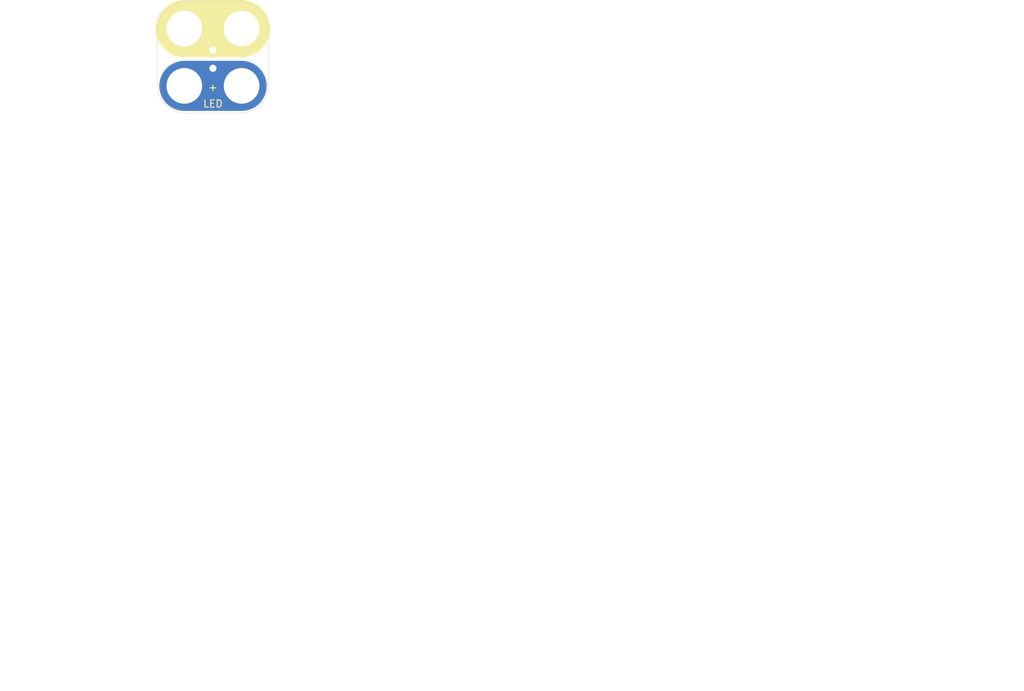
<source format=kicad_pcb>
(kicad_pcb (version 4) (host pcbnew 4.0.7-e2-6376~58~ubuntu16.04.1)

  (general
    (links 0)
    (no_connects 0)
    (area -0.9398 42.178199 141.904959 139.0142)
    (thickness 1.6)
    (drawings 1)
    (tracks 0)
    (zones 0)
    (modules 1)
    (nets 1)
  )

  (page USLetter)
  (title_block
    (title "2x2 Through-hole LED (2.54mm Pitch) Module")
    (date "13 Jan 2017")
    (rev v1.3)
    (company "All rights reserved.")
    (comment 1 help@browndoggadgets.com)
    (comment 2 http://browndoggadgets.com/)
    (comment 3 "Brown Dog Gadgets")
  )

  (layers
    (0 F.Cu signal)
    (31 B.Cu signal)
    (34 B.Paste user)
    (35 F.Paste user)
    (36 B.SilkS user)
    (37 F.SilkS user)
    (38 B.Mask user)
    (39 F.Mask user)
    (40 Dwgs.User user)
    (44 Edge.Cuts user)
    (46 B.CrtYd user)
    (47 F.CrtYd user)
    (48 B.Fab user)
    (49 F.Fab user)
  )

  (setup
    (last_trace_width 0.254)
    (user_trace_width 0.1524)
    (user_trace_width 0.254)
    (user_trace_width 0.3302)
    (user_trace_width 0.508)
    (user_trace_width 0.762)
    (user_trace_width 1.27)
    (trace_clearance 0.254)
    (zone_clearance 0.508)
    (zone_45_only no)
    (trace_min 0.1524)
    (segment_width 0.1524)
    (edge_width 0.1524)
    (via_size 0.6858)
    (via_drill 0.3302)
    (via_min_size 0.6858)
    (via_min_drill 0.3302)
    (user_via 0.6858 0.3302)
    (user_via 0.762 0.4064)
    (user_via 0.8636 0.508)
    (uvia_size 0.6858)
    (uvia_drill 0.3302)
    (uvias_allowed no)
    (uvia_min_size 0)
    (uvia_min_drill 0)
    (pcb_text_width 0.1524)
    (pcb_text_size 1.016 1.016)
    (mod_edge_width 0.1524)
    (mod_text_size 1.016 1.016)
    (mod_text_width 0.1524)
    (pad_size 1.524 1.524)
    (pad_drill 0.762)
    (pad_to_mask_clearance 0.0762)
    (solder_mask_min_width 0.1016)
    (pad_to_paste_clearance -0.0762)
    (aux_axis_origin 0 0)
    (visible_elements FFFEDF7D)
    (pcbplotparams
      (layerselection 0x310fc_80000001)
      (usegerberextensions true)
      (excludeedgelayer true)
      (linewidth 0.100000)
      (plotframeref false)
      (viasonmask false)
      (mode 1)
      (useauxorigin false)
      (hpglpennumber 1)
      (hpglpenspeed 20)
      (hpglpendiameter 15)
      (hpglpenoverlay 2)
      (psnegative false)
      (psa4output false)
      (plotreference true)
      (plotvalue true)
      (plotinvisibletext false)
      (padsonsilk false)
      (subtractmaskfromsilk false)
      (outputformat 1)
      (mirror false)
      (drillshape 0)
      (scaleselection 1)
      (outputdirectory gerbers))
  )

  (net 0 "")

  (net_class Default "This is the default net class."
    (clearance 0.254)
    (trace_width 0.254)
    (via_dia 0.6858)
    (via_drill 0.3302)
    (uvia_dia 0.6858)
    (uvia_drill 0.3302)
  )

  (module Crazy_Circuits:LED-2.54MM-TH-2x2 (layer F.Cu) (tedit 59B16B5D) (tstamp 58803B89)
    (at 24.8168 54.4322)
    (descr "LED 5mm round vertical")
    (tags "LED 5mm round vertical")
    (fp_text reference LED1 (at 4 -4 90) (layer F.Fab)
      (effects (font (size 1 1) (thickness 0.15)))
    )
    (fp_text value LED (at 4 2.5) (layer F.SilkS)
      (effects (font (size 1 1) (thickness 0.15)))
    )
    (fp_line (start 8.001 -9.4996) (end 0.0254 -9.4996) (layer B.Mask) (width 4))
    (fp_arc (start 7.9756 0) (end 8.001 -2.9718) (angle 269.5103044) (layer B.Mask) (width 1))
    (fp_line (start 3.302 -7.366) (end 4.445 -7.366) (layer F.Fab) (width 0.0762))
    (fp_arc (start 3.937 -3.81) (end 5.588 -6.731) (angle 301.0482285) (layer F.Fab) (width 0.0464))
    (fp_line (start 2.286 -6.731) (end 5.588 -6.731) (layer F.Fab) (width 0.0464))
    (fp_arc (start 0.195441 -0.199792) (end 0 3.8) (angle 84.2) (layer Edge.Cuts) (width 0.05))
    (fp_line (start 11.8 -8) (end 11.8 0) (layer Edge.Cuts) (width 0.05))
    (fp_line (start 0 -11.8) (end 8 -11.8) (layer Edge.Cuts) (width 0.05))
    (fp_line (start 0 3.8) (end 8 3.8) (layer Edge.Cuts) (width 0.05))
    (fp_line (start -3.8 -8) (end -3.8 0) (layer Edge.Cuts) (width 0.05))
    (fp_arc (start 0.195441 -0.199792) (end 0 3.8) (angle 84.2) (layer F.Fab) (width 0.05))
    (fp_line (start 11.8 -8) (end 11.8 0) (layer F.Fab) (width 0.05))
    (fp_line (start 0 -11.8) (end 8 -11.8) (layer F.Fab) (width 0.05))
    (fp_line (start 0 3.8) (end 8 3.8) (layer F.Fab) (width 0.05))
    (fp_line (start -3.8 -8) (end -3.8 0) (layer F.Fab) (width 0.05))
    (fp_line (start 4 -5.2) (end 4 -6.3) (layer B.Cu) (width 2))
    (fp_text user + (at 4 0.2) (layer F.SilkS)
      (effects (font (size 1 1) (thickness 0.15)))
    )
    (fp_line (start 0 -8) (end 8 -8) (layer F.SilkS) (width 8))
    (fp_line (start 2.5 -6.23) (end 5.5 -6.23) (layer F.SilkS) (width 0.15))
    (fp_line (start 8 -8) (end 0 -8) (layer B.Cu) (width 7))
    (fp_line (start 8 0) (end 0 0) (layer B.Cu) (width 7))
    (fp_line (start 4 -1.35) (end 4 -2.45) (layer B.Cu) (width 2))
    (fp_arc (start 7.800208 -0.195441) (end 11.8 0) (angle 84.2) (layer Edge.Cuts) (width 0.05))
    (fp_arc (start 0.199792 -7.804559) (end -3.8 -8) (angle 84.2) (layer Edge.Cuts) (width 0.05))
    (fp_arc (start 7.804559 -7.800208) (end 8 -11.8) (angle 84.2) (layer Edge.Cuts) (width 0.05))
    (fp_arc (start 7.800208 -0.195441) (end 11.8 0) (angle 84.2) (layer F.Fab) (width 0.05))
    (fp_arc (start 0.199792 -7.804559) (end -3.8 -8) (angle 84.2) (layer F.Fab) (width 0.05))
    (fp_arc (start 7.804559 -7.800208) (end 8 -11.8) (angle 84.2) (layer F.Fab) (width 0.05))
    (fp_line (start 3.683 0.635) (end 4.699 0.635) (layer F.Fab) (width 0.127))
    (fp_line (start 4.191 1.2065) (end 4.191 0.0635) (layer F.Fab) (width 0.127))
    (fp_arc (start -0.0254 0) (end 2.9464 0.0254) (angle 269.5103044) (layer B.Mask) (width 1))
    (fp_arc (start 8.001 -8.0264) (end 5.0292 -8.0518) (angle 269.5103044) (layer B.Mask) (width 1))
    (fp_arc (start 0 -8.0264) (end -0.0254 -5.0546) (angle 269.5103044) (layer B.Mask) (width 1))
    (fp_line (start 8.255 1.4732) (end 0.2794 1.4732) (layer B.Mask) (width 4))
    (pad - thru_hole circle (at 4 -5) (size 2 2) (drill 1.00076) (layers *.Cu *.Mask))
    (pad + thru_hole circle (at 4 -2.46 270) (size 1.9 1.9) (drill 1.00076) (layers *.Cu *.Mask))
    (pad + thru_hole circle (at 0 0) (size 6 6) (drill 4.98) (layers *.Cu F.Mask))
    (pad - thru_hole circle (at 0 -8) (size 6 6) (drill 4.98) (layers *.Cu F.Mask))
    (pad - thru_hole circle (at 8 -8) (size 6 6) (drill 4.98) (layers *.Cu F.Mask))
    (pad + thru_hole circle (at 8 0) (size 6 6) (drill 4.98) (layers *.Cu F.Mask))
  )

  (gr_text "FABRICATION NOTES\n\n1. THIS IS A 2 LAYER BOARD. \n2. EXTERNAL LAYERS SHALL HAVE 1 OZ COPPER.\n3. MATERIAL: FR4 AND 0.062 INCH +/- 10% THICK.\n4. BOARDS SHALL BE ROHS COMPLIANT. \n5. MANUFACTURE IN ACCORDANCE WITH IPC-6012 CLASS 2\n6. MASK: BOTH SIDES OF THE BOARD SHALL HAVE \n   SOLDER MASK (BLACK) OVER BARE COPPER. \n7. SILK: BOTH SIDES OF THE BOARD SHALL HAVE WHITE SILK. \n   DO NOT PLACE SILK OVER BARE COPPER.\n8. FINISH: ENIG.\n9. MINIMUM TRACE WIDTH - 0.006 INCH.\n   MINIMUM SPACE - 0.006 INCH.\n   MINIMUM HOLE DIA - 0.013 INCH. \n10. MAX HOLE PLACEMENT TOLERANCE OF +/- 0.003 INCH.\n11. MAX HOLE DIAMETER TOLERANCE OF +/- 0.003 INCH AFTER PLATING." (at -0.9398 104.3432) (layer Dwgs.User)
    (effects (font (size 2.54 2.54) (thickness 0.254)) (justify left))
  )

)

</source>
